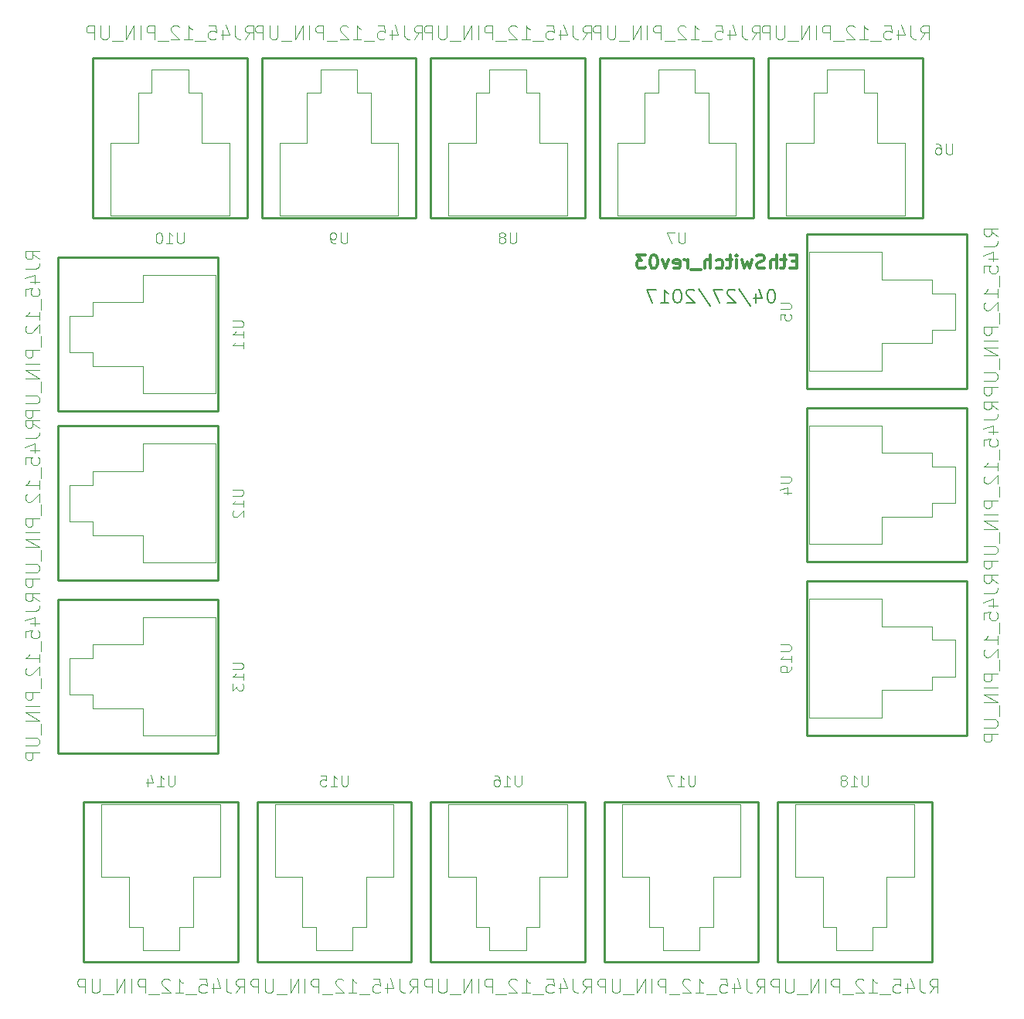
<source format=gbo>
G04 #@! TF.FileFunction,Legend,Bot*
%FSLAX46Y46*%
G04 Gerber Fmt 4.6, Leading zero omitted, Abs format (unit mm)*
G04 Created by KiCad (PCBNEW 4.0.6-e0-6349~53~ubuntu16.04.1) date Sat Apr 29 17:17:25 2017*
%MOMM*%
%LPD*%
G01*
G04 APERTURE LIST*
%ADD10C,0.150000*%
%ADD11C,0.200000*%
%ADD12C,0.300000*%
%ADD13C,0.100000*%
%ADD14C,0.254000*%
%ADD15C,0.099060*%
G04 APERTURE END LIST*
D10*
D11*
X164442856Y-80578571D02*
X164299999Y-80578571D01*
X164157142Y-80650000D01*
X164085713Y-80721429D01*
X164014284Y-80864286D01*
X163942856Y-81150000D01*
X163942856Y-81507143D01*
X164014284Y-81792857D01*
X164085713Y-81935714D01*
X164157142Y-82007143D01*
X164299999Y-82078571D01*
X164442856Y-82078571D01*
X164585713Y-82007143D01*
X164657142Y-81935714D01*
X164728570Y-81792857D01*
X164799999Y-81507143D01*
X164799999Y-81150000D01*
X164728570Y-80864286D01*
X164657142Y-80721429D01*
X164585713Y-80650000D01*
X164442856Y-80578571D01*
X162657142Y-81078571D02*
X162657142Y-82078571D01*
X163014285Y-80507143D02*
X163371428Y-81578571D01*
X162442856Y-81578571D01*
X160800000Y-80507143D02*
X162085714Y-82435714D01*
X160371428Y-80721429D02*
X160299999Y-80650000D01*
X160157142Y-80578571D01*
X159799999Y-80578571D01*
X159657142Y-80650000D01*
X159585713Y-80721429D01*
X159514285Y-80864286D01*
X159514285Y-81007143D01*
X159585713Y-81221429D01*
X160442856Y-82078571D01*
X159514285Y-82078571D01*
X159014285Y-80578571D02*
X158014285Y-80578571D01*
X158657142Y-82078571D01*
X156371429Y-80507143D02*
X157657143Y-82435714D01*
X155942857Y-80721429D02*
X155871428Y-80650000D01*
X155728571Y-80578571D01*
X155371428Y-80578571D01*
X155228571Y-80650000D01*
X155157142Y-80721429D01*
X155085714Y-80864286D01*
X155085714Y-81007143D01*
X155157142Y-81221429D01*
X156014285Y-82078571D01*
X155085714Y-82078571D01*
X154157143Y-80578571D02*
X154014286Y-80578571D01*
X153871429Y-80650000D01*
X153800000Y-80721429D01*
X153728571Y-80864286D01*
X153657143Y-81150000D01*
X153657143Y-81507143D01*
X153728571Y-81792857D01*
X153800000Y-81935714D01*
X153871429Y-82007143D01*
X154014286Y-82078571D01*
X154157143Y-82078571D01*
X154300000Y-82007143D01*
X154371429Y-81935714D01*
X154442857Y-81792857D01*
X154514286Y-81507143D01*
X154514286Y-81150000D01*
X154442857Y-80864286D01*
X154371429Y-80721429D01*
X154300000Y-80650000D01*
X154157143Y-80578571D01*
X152228572Y-82078571D02*
X153085715Y-82078571D01*
X152657143Y-82078571D02*
X152657143Y-80578571D01*
X152800000Y-80792857D01*
X152942858Y-80935714D01*
X153085715Y-81007143D01*
X151728572Y-80578571D02*
X150728572Y-80578571D01*
X151371429Y-82078571D01*
D12*
X167134285Y-77502857D02*
X166634285Y-77502857D01*
X166419999Y-78288571D02*
X167134285Y-78288571D01*
X167134285Y-76788571D01*
X166419999Y-76788571D01*
X165991428Y-77288571D02*
X165419999Y-77288571D01*
X165777142Y-76788571D02*
X165777142Y-78074286D01*
X165705714Y-78217143D01*
X165562856Y-78288571D01*
X165419999Y-78288571D01*
X164919999Y-78288571D02*
X164919999Y-76788571D01*
X164277142Y-78288571D02*
X164277142Y-77502857D01*
X164348571Y-77360000D01*
X164491428Y-77288571D01*
X164705713Y-77288571D01*
X164848571Y-77360000D01*
X164919999Y-77431429D01*
X163634285Y-78217143D02*
X163419999Y-78288571D01*
X163062856Y-78288571D01*
X162919999Y-78217143D01*
X162848570Y-78145714D01*
X162777142Y-78002857D01*
X162777142Y-77860000D01*
X162848570Y-77717143D01*
X162919999Y-77645714D01*
X163062856Y-77574286D01*
X163348570Y-77502857D01*
X163491428Y-77431429D01*
X163562856Y-77360000D01*
X163634285Y-77217143D01*
X163634285Y-77074286D01*
X163562856Y-76931429D01*
X163491428Y-76860000D01*
X163348570Y-76788571D01*
X162991428Y-76788571D01*
X162777142Y-76860000D01*
X162277142Y-77288571D02*
X161991428Y-78288571D01*
X161705714Y-77574286D01*
X161419999Y-78288571D01*
X161134285Y-77288571D01*
X160562856Y-78288571D02*
X160562856Y-77288571D01*
X160562856Y-76788571D02*
X160634285Y-76860000D01*
X160562856Y-76931429D01*
X160491428Y-76860000D01*
X160562856Y-76788571D01*
X160562856Y-76931429D01*
X160062856Y-77288571D02*
X159491427Y-77288571D01*
X159848570Y-76788571D02*
X159848570Y-78074286D01*
X159777142Y-78217143D01*
X159634284Y-78288571D01*
X159491427Y-78288571D01*
X158348570Y-78217143D02*
X158491427Y-78288571D01*
X158777141Y-78288571D01*
X158919999Y-78217143D01*
X158991427Y-78145714D01*
X159062856Y-78002857D01*
X159062856Y-77574286D01*
X158991427Y-77431429D01*
X158919999Y-77360000D01*
X158777141Y-77288571D01*
X158491427Y-77288571D01*
X158348570Y-77360000D01*
X157705713Y-78288571D02*
X157705713Y-76788571D01*
X157062856Y-78288571D02*
X157062856Y-77502857D01*
X157134285Y-77360000D01*
X157277142Y-77288571D01*
X157491427Y-77288571D01*
X157634285Y-77360000D01*
X157705713Y-77431429D01*
X156705713Y-78431429D02*
X155562856Y-78431429D01*
X155205713Y-78288571D02*
X155205713Y-77288571D01*
X155205713Y-77574286D02*
X155134285Y-77431429D01*
X155062856Y-77360000D01*
X154919999Y-77288571D01*
X154777142Y-77288571D01*
X153705714Y-78217143D02*
X153848571Y-78288571D01*
X154134285Y-78288571D01*
X154277142Y-78217143D01*
X154348571Y-78074286D01*
X154348571Y-77502857D01*
X154277142Y-77360000D01*
X154134285Y-77288571D01*
X153848571Y-77288571D01*
X153705714Y-77360000D01*
X153634285Y-77502857D01*
X153634285Y-77645714D01*
X154348571Y-77788571D01*
X153134285Y-77288571D02*
X152777142Y-78288571D01*
X152420000Y-77288571D01*
X151562857Y-76788571D02*
X151420000Y-76788571D01*
X151277143Y-76860000D01*
X151205714Y-76931429D01*
X151134285Y-77074286D01*
X151062857Y-77360000D01*
X151062857Y-77717143D01*
X151134285Y-78002857D01*
X151205714Y-78145714D01*
X151277143Y-78217143D01*
X151420000Y-78288571D01*
X151562857Y-78288571D01*
X151705714Y-78217143D01*
X151777143Y-78145714D01*
X151848571Y-78002857D01*
X151920000Y-77717143D01*
X151920000Y-77360000D01*
X151848571Y-77074286D01*
X151777143Y-76931429D01*
X151705714Y-76860000D01*
X151562857Y-76788571D01*
X150562857Y-76788571D02*
X149634286Y-76788571D01*
X150134286Y-77360000D01*
X149920000Y-77360000D01*
X149777143Y-77431429D01*
X149705714Y-77502857D01*
X149634286Y-77645714D01*
X149634286Y-78002857D01*
X149705714Y-78145714D01*
X149777143Y-78217143D01*
X149920000Y-78288571D01*
X150348572Y-78288571D01*
X150491429Y-78217143D01*
X150562857Y-78145714D01*
D13*
X182000000Y-123000000D02*
X184500000Y-123000000D01*
X184500000Y-123000000D02*
X184500000Y-119000000D01*
X184500000Y-119000000D02*
X182000000Y-119000000D01*
X182000000Y-119000000D02*
X182000000Y-117500000D01*
X182000000Y-117500000D02*
X176500000Y-117500000D01*
X176500000Y-117500000D02*
X176500000Y-114500000D01*
X176500000Y-114500000D02*
X168500000Y-114500000D01*
X168500000Y-114500000D02*
X168500000Y-127500000D01*
X168500000Y-127500000D02*
X176500000Y-127500000D01*
X176500000Y-127500000D02*
X176500000Y-124500000D01*
X176500000Y-124500000D02*
X182000000Y-124500000D01*
X182000000Y-124500000D02*
X182000000Y-123000000D01*
D14*
X168250000Y-129450000D02*
X168250000Y-112550000D01*
X168250000Y-112550000D02*
X185750000Y-112550000D01*
X185750000Y-112550000D02*
X185750000Y-129450000D01*
X185750000Y-129450000D02*
X168250000Y-129450000D01*
D13*
X171500000Y-150500000D02*
X171500000Y-153000000D01*
X171500000Y-153000000D02*
X175500000Y-153000000D01*
X175500000Y-153000000D02*
X175500000Y-150500000D01*
X175500000Y-150500000D02*
X177000000Y-150500000D01*
X177000000Y-150500000D02*
X177000000Y-145000000D01*
X177000000Y-145000000D02*
X180000000Y-145000000D01*
X180000000Y-145000000D02*
X180000000Y-137000000D01*
X180000000Y-137000000D02*
X167000000Y-137000000D01*
X167000000Y-137000000D02*
X167000000Y-145000000D01*
X167000000Y-145000000D02*
X170000000Y-145000000D01*
X170000000Y-145000000D02*
X170000000Y-150500000D01*
X170000000Y-150500000D02*
X171500000Y-150500000D01*
D14*
X165050000Y-136750000D02*
X181950000Y-136750000D01*
X181950000Y-136750000D02*
X181950000Y-154250000D01*
X181950000Y-154250000D02*
X165050000Y-154250000D01*
X165050000Y-154250000D02*
X165050000Y-136750000D01*
D13*
X152500000Y-150500000D02*
X152500000Y-153000000D01*
X152500000Y-153000000D02*
X156500000Y-153000000D01*
X156500000Y-153000000D02*
X156500000Y-150500000D01*
X156500000Y-150500000D02*
X158000000Y-150500000D01*
X158000000Y-150500000D02*
X158000000Y-145000000D01*
X158000000Y-145000000D02*
X161000000Y-145000000D01*
X161000000Y-145000000D02*
X161000000Y-137000000D01*
X161000000Y-137000000D02*
X148000000Y-137000000D01*
X148000000Y-137000000D02*
X148000000Y-145000000D01*
X148000000Y-145000000D02*
X151000000Y-145000000D01*
X151000000Y-145000000D02*
X151000000Y-150500000D01*
X151000000Y-150500000D02*
X152500000Y-150500000D01*
D14*
X146050000Y-136750000D02*
X162950000Y-136750000D01*
X162950000Y-136750000D02*
X162950000Y-154250000D01*
X162950000Y-154250000D02*
X146050000Y-154250000D01*
X146050000Y-154250000D02*
X146050000Y-136750000D01*
D13*
X133500000Y-150500000D02*
X133500000Y-153000000D01*
X133500000Y-153000000D02*
X137500000Y-153000000D01*
X137500000Y-153000000D02*
X137500000Y-150500000D01*
X137500000Y-150500000D02*
X139000000Y-150500000D01*
X139000000Y-150500000D02*
X139000000Y-145000000D01*
X139000000Y-145000000D02*
X142000000Y-145000000D01*
X142000000Y-145000000D02*
X142000000Y-137000000D01*
X142000000Y-137000000D02*
X129000000Y-137000000D01*
X129000000Y-137000000D02*
X129000000Y-145000000D01*
X129000000Y-145000000D02*
X132000000Y-145000000D01*
X132000000Y-145000000D02*
X132000000Y-150500000D01*
X132000000Y-150500000D02*
X133500000Y-150500000D01*
D14*
X127050000Y-136750000D02*
X143950000Y-136750000D01*
X143950000Y-136750000D02*
X143950000Y-154250000D01*
X143950000Y-154250000D02*
X127050000Y-154250000D01*
X127050000Y-154250000D02*
X127050000Y-136750000D01*
D13*
X114500000Y-150500000D02*
X114500000Y-153000000D01*
X114500000Y-153000000D02*
X118500000Y-153000000D01*
X118500000Y-153000000D02*
X118500000Y-150500000D01*
X118500000Y-150500000D02*
X120000000Y-150500000D01*
X120000000Y-150500000D02*
X120000000Y-145000000D01*
X120000000Y-145000000D02*
X123000000Y-145000000D01*
X123000000Y-145000000D02*
X123000000Y-137000000D01*
X123000000Y-137000000D02*
X110000000Y-137000000D01*
X110000000Y-137000000D02*
X110000000Y-145000000D01*
X110000000Y-145000000D02*
X113000000Y-145000000D01*
X113000000Y-145000000D02*
X113000000Y-150500000D01*
X113000000Y-150500000D02*
X114500000Y-150500000D01*
D14*
X108050000Y-136750000D02*
X124950000Y-136750000D01*
X124950000Y-136750000D02*
X124950000Y-154250000D01*
X124950000Y-154250000D02*
X108050000Y-154250000D01*
X108050000Y-154250000D02*
X108050000Y-136750000D01*
D13*
X95500000Y-150500000D02*
X95500000Y-153000000D01*
X95500000Y-153000000D02*
X99500000Y-153000000D01*
X99500000Y-153000000D02*
X99500000Y-150500000D01*
X99500000Y-150500000D02*
X101000000Y-150500000D01*
X101000000Y-150500000D02*
X101000000Y-145000000D01*
X101000000Y-145000000D02*
X104000000Y-145000000D01*
X104000000Y-145000000D02*
X104000000Y-137000000D01*
X104000000Y-137000000D02*
X91000000Y-137000000D01*
X91000000Y-137000000D02*
X91000000Y-145000000D01*
X91000000Y-145000000D02*
X94000000Y-145000000D01*
X94000000Y-145000000D02*
X94000000Y-150500000D01*
X94000000Y-150500000D02*
X95500000Y-150500000D01*
D14*
X89050000Y-136750000D02*
X105950000Y-136750000D01*
X105950000Y-136750000D02*
X105950000Y-154250000D01*
X105950000Y-154250000D02*
X89050000Y-154250000D01*
X89050000Y-154250000D02*
X89050000Y-136750000D01*
D13*
X90000000Y-121000000D02*
X87500000Y-121000000D01*
X87500000Y-121000000D02*
X87500000Y-125000000D01*
X87500000Y-125000000D02*
X90000000Y-125000000D01*
X90000000Y-125000000D02*
X90000000Y-126500000D01*
X90000000Y-126500000D02*
X95500000Y-126500000D01*
X95500000Y-126500000D02*
X95500000Y-129500000D01*
X95500000Y-129500000D02*
X103500000Y-129500000D01*
X103500000Y-129500000D02*
X103500000Y-116500000D01*
X103500000Y-116500000D02*
X95500000Y-116500000D01*
X95500000Y-116500000D02*
X95500000Y-119500000D01*
X95500000Y-119500000D02*
X90000000Y-119500000D01*
X90000000Y-119500000D02*
X90000000Y-121000000D01*
D14*
X103750000Y-114550000D02*
X103750000Y-131450000D01*
X103750000Y-131450000D02*
X86250000Y-131450000D01*
X86250000Y-131450000D02*
X86250000Y-114550000D01*
X86250000Y-114550000D02*
X103750000Y-114550000D01*
D13*
X90000000Y-102000000D02*
X87500000Y-102000000D01*
X87500000Y-102000000D02*
X87500000Y-106000000D01*
X87500000Y-106000000D02*
X90000000Y-106000000D01*
X90000000Y-106000000D02*
X90000000Y-107500000D01*
X90000000Y-107500000D02*
X95500000Y-107500000D01*
X95500000Y-107500000D02*
X95500000Y-110500000D01*
X95500000Y-110500000D02*
X103500000Y-110500000D01*
X103500000Y-110500000D02*
X103500000Y-97500000D01*
X103500000Y-97500000D02*
X95500000Y-97500000D01*
X95500000Y-97500000D02*
X95500000Y-100500000D01*
X95500000Y-100500000D02*
X90000000Y-100500000D01*
X90000000Y-100500000D02*
X90000000Y-102000000D01*
D14*
X103750000Y-95550000D02*
X103750000Y-112450000D01*
X103750000Y-112450000D02*
X86250000Y-112450000D01*
X86250000Y-112450000D02*
X86250000Y-95550000D01*
X86250000Y-95550000D02*
X103750000Y-95550000D01*
D13*
X90000000Y-83500000D02*
X87500000Y-83500000D01*
X87500000Y-83500000D02*
X87500000Y-87500000D01*
X87500000Y-87500000D02*
X90000000Y-87500000D01*
X90000000Y-87500000D02*
X90000000Y-89000000D01*
X90000000Y-89000000D02*
X95500000Y-89000000D01*
X95500000Y-89000000D02*
X95500000Y-92000000D01*
X95500000Y-92000000D02*
X103500000Y-92000000D01*
X103500000Y-92000000D02*
X103500000Y-79000000D01*
X103500000Y-79000000D02*
X95500000Y-79000000D01*
X95500000Y-79000000D02*
X95500000Y-82000000D01*
X95500000Y-82000000D02*
X90000000Y-82000000D01*
X90000000Y-82000000D02*
X90000000Y-83500000D01*
D14*
X103750000Y-77050000D02*
X103750000Y-93950000D01*
X103750000Y-93950000D02*
X86250000Y-93950000D01*
X86250000Y-93950000D02*
X86250000Y-77050000D01*
X86250000Y-77050000D02*
X103750000Y-77050000D01*
D13*
X100500000Y-59000000D02*
X100500000Y-56500000D01*
X100500000Y-56500000D02*
X96500000Y-56500000D01*
X96500000Y-56500000D02*
X96500000Y-59000000D01*
X96500000Y-59000000D02*
X95000000Y-59000000D01*
X95000000Y-59000000D02*
X95000000Y-64500000D01*
X95000000Y-64500000D02*
X92000000Y-64500000D01*
X92000000Y-64500000D02*
X92000000Y-72500000D01*
X92000000Y-72500000D02*
X105000000Y-72500000D01*
X105000000Y-72500000D02*
X105000000Y-64500000D01*
X105000000Y-64500000D02*
X102000000Y-64500000D01*
X102000000Y-64500000D02*
X102000000Y-59000000D01*
X102000000Y-59000000D02*
X100500000Y-59000000D01*
D14*
X106950000Y-72750000D02*
X90050000Y-72750000D01*
X90050000Y-72750000D02*
X90050000Y-55250000D01*
X90050000Y-55250000D02*
X106950000Y-55250000D01*
X106950000Y-55250000D02*
X106950000Y-72750000D01*
D13*
X119000000Y-59000000D02*
X119000000Y-56500000D01*
X119000000Y-56500000D02*
X115000000Y-56500000D01*
X115000000Y-56500000D02*
X115000000Y-59000000D01*
X115000000Y-59000000D02*
X113500000Y-59000000D01*
X113500000Y-59000000D02*
X113500000Y-64500000D01*
X113500000Y-64500000D02*
X110500000Y-64500000D01*
X110500000Y-64500000D02*
X110500000Y-72500000D01*
X110500000Y-72500000D02*
X123500000Y-72500000D01*
X123500000Y-72500000D02*
X123500000Y-64500000D01*
X123500000Y-64500000D02*
X120500000Y-64500000D01*
X120500000Y-64500000D02*
X120500000Y-59000000D01*
X120500000Y-59000000D02*
X119000000Y-59000000D01*
D14*
X125450000Y-72750000D02*
X108550000Y-72750000D01*
X108550000Y-72750000D02*
X108550000Y-55250000D01*
X108550000Y-55250000D02*
X125450000Y-55250000D01*
X125450000Y-55250000D02*
X125450000Y-72750000D01*
D13*
X137500000Y-59000000D02*
X137500000Y-56500000D01*
X137500000Y-56500000D02*
X133500000Y-56500000D01*
X133500000Y-56500000D02*
X133500000Y-59000000D01*
X133500000Y-59000000D02*
X132000000Y-59000000D01*
X132000000Y-59000000D02*
X132000000Y-64500000D01*
X132000000Y-64500000D02*
X129000000Y-64500000D01*
X129000000Y-64500000D02*
X129000000Y-72500000D01*
X129000000Y-72500000D02*
X142000000Y-72500000D01*
X142000000Y-72500000D02*
X142000000Y-64500000D01*
X142000000Y-64500000D02*
X139000000Y-64500000D01*
X139000000Y-64500000D02*
X139000000Y-59000000D01*
X139000000Y-59000000D02*
X137500000Y-59000000D01*
D14*
X143950000Y-72750000D02*
X127050000Y-72750000D01*
X127050000Y-72750000D02*
X127050000Y-55250000D01*
X127050000Y-55250000D02*
X143950000Y-55250000D01*
X143950000Y-55250000D02*
X143950000Y-72750000D01*
D13*
X156000000Y-59000000D02*
X156000000Y-56500000D01*
X156000000Y-56500000D02*
X152000000Y-56500000D01*
X152000000Y-56500000D02*
X152000000Y-59000000D01*
X152000000Y-59000000D02*
X150500000Y-59000000D01*
X150500000Y-59000000D02*
X150500000Y-64500000D01*
X150500000Y-64500000D02*
X147500000Y-64500000D01*
X147500000Y-64500000D02*
X147500000Y-72500000D01*
X147500000Y-72500000D02*
X160500000Y-72500000D01*
X160500000Y-72500000D02*
X160500000Y-64500000D01*
X160500000Y-64500000D02*
X157500000Y-64500000D01*
X157500000Y-64500000D02*
X157500000Y-59000000D01*
X157500000Y-59000000D02*
X156000000Y-59000000D01*
D14*
X162450000Y-72750000D02*
X145550000Y-72750000D01*
X145550000Y-72750000D02*
X145550000Y-55250000D01*
X145550000Y-55250000D02*
X162450000Y-55250000D01*
X162450000Y-55250000D02*
X162450000Y-72750000D01*
D13*
X174500000Y-59000000D02*
X174500000Y-56500000D01*
X174500000Y-56500000D02*
X170500000Y-56500000D01*
X170500000Y-56500000D02*
X170500000Y-59000000D01*
X170500000Y-59000000D02*
X169000000Y-59000000D01*
X169000000Y-59000000D02*
X169000000Y-64500000D01*
X169000000Y-64500000D02*
X166000000Y-64500000D01*
X166000000Y-64500000D02*
X166000000Y-72500000D01*
X166000000Y-72500000D02*
X179000000Y-72500000D01*
X179000000Y-72500000D02*
X179000000Y-64500000D01*
X179000000Y-64500000D02*
X176000000Y-64500000D01*
X176000000Y-64500000D02*
X176000000Y-59000000D01*
X176000000Y-59000000D02*
X174500000Y-59000000D01*
D14*
X180950000Y-72750000D02*
X164050000Y-72750000D01*
X164050000Y-72750000D02*
X164050000Y-55250000D01*
X164050000Y-55250000D02*
X180950000Y-55250000D01*
X180950000Y-55250000D02*
X180950000Y-72750000D01*
D13*
X182000000Y-85000000D02*
X184500000Y-85000000D01*
X184500000Y-85000000D02*
X184500000Y-81000000D01*
X184500000Y-81000000D02*
X182000000Y-81000000D01*
X182000000Y-81000000D02*
X182000000Y-79500000D01*
X182000000Y-79500000D02*
X176500000Y-79500000D01*
X176500000Y-79500000D02*
X176500000Y-76500000D01*
X176500000Y-76500000D02*
X168500000Y-76500000D01*
X168500000Y-76500000D02*
X168500000Y-89500000D01*
X168500000Y-89500000D02*
X176500000Y-89500000D01*
X176500000Y-89500000D02*
X176500000Y-86500000D01*
X176500000Y-86500000D02*
X182000000Y-86500000D01*
X182000000Y-86500000D02*
X182000000Y-85000000D01*
D14*
X168250000Y-91450000D02*
X168250000Y-74550000D01*
X168250000Y-74550000D02*
X185750000Y-74550000D01*
X185750000Y-74550000D02*
X185750000Y-91450000D01*
X185750000Y-91450000D02*
X168250000Y-91450000D01*
D13*
X182000000Y-104000000D02*
X184500000Y-104000000D01*
X184500000Y-104000000D02*
X184500000Y-100000000D01*
X184500000Y-100000000D02*
X182000000Y-100000000D01*
X182000000Y-100000000D02*
X182000000Y-98500000D01*
X182000000Y-98500000D02*
X176500000Y-98500000D01*
X176500000Y-98500000D02*
X176500000Y-95500000D01*
X176500000Y-95500000D02*
X168500000Y-95500000D01*
X168500000Y-95500000D02*
X168500000Y-108500000D01*
X168500000Y-108500000D02*
X176500000Y-108500000D01*
X176500000Y-108500000D02*
X176500000Y-105500000D01*
X176500000Y-105500000D02*
X182000000Y-105500000D01*
X182000000Y-105500000D02*
X182000000Y-104000000D01*
D14*
X168250000Y-110450000D02*
X168250000Y-93550000D01*
X168250000Y-93550000D02*
X185750000Y-93550000D01*
X185750000Y-93550000D02*
X185750000Y-110450000D01*
X185750000Y-110450000D02*
X168250000Y-110450000D01*
D15*
X165342857Y-119514286D02*
X166314286Y-119514286D01*
X166428571Y-119571429D01*
X166485714Y-119628572D01*
X166542857Y-119742858D01*
X166542857Y-119971429D01*
X166485714Y-120085715D01*
X166428571Y-120142858D01*
X166314286Y-120200001D01*
X165342857Y-120200001D01*
X166542857Y-121400001D02*
X166542857Y-120714286D01*
X166542857Y-121057144D02*
X165342857Y-121057144D01*
X165514286Y-120942858D01*
X165628571Y-120828572D01*
X165685714Y-120714286D01*
X166542857Y-121971429D02*
X166542857Y-122200001D01*
X166485714Y-122314286D01*
X166428571Y-122371429D01*
X166257143Y-122485715D01*
X166028571Y-122542858D01*
X165571429Y-122542858D01*
X165457143Y-122485715D01*
X165400000Y-122428572D01*
X165342857Y-122314286D01*
X165342857Y-122085715D01*
X165400000Y-121971429D01*
X165457143Y-121914286D01*
X165571429Y-121857143D01*
X165857143Y-121857143D01*
X165971429Y-121914286D01*
X166028571Y-121971429D01*
X166085714Y-122085715D01*
X166085714Y-122314286D01*
X166028571Y-122428572D01*
X165971429Y-122485715D01*
X165857143Y-122542858D01*
X189189429Y-112763142D02*
X188463714Y-112255142D01*
X189189429Y-111892285D02*
X187665429Y-111892285D01*
X187665429Y-112472857D01*
X187738000Y-112617999D01*
X187810571Y-112690571D01*
X187955714Y-112763142D01*
X188173429Y-112763142D01*
X188318571Y-112690571D01*
X188391143Y-112617999D01*
X188463714Y-112472857D01*
X188463714Y-111892285D01*
X187665429Y-113851714D02*
X188754000Y-113851714D01*
X188971714Y-113779142D01*
X189116857Y-113633999D01*
X189189429Y-113416285D01*
X189189429Y-113271142D01*
X188173429Y-115230571D02*
X189189429Y-115230571D01*
X187592857Y-114867714D02*
X188681429Y-114504857D01*
X188681429Y-115448285D01*
X187665429Y-116754571D02*
X187665429Y-116028857D01*
X188391143Y-115956286D01*
X188318571Y-116028857D01*
X188246000Y-116174000D01*
X188246000Y-116536857D01*
X188318571Y-116682000D01*
X188391143Y-116754571D01*
X188536286Y-116827143D01*
X188899143Y-116827143D01*
X189044286Y-116754571D01*
X189116857Y-116682000D01*
X189189429Y-116536857D01*
X189189429Y-116174000D01*
X189116857Y-116028857D01*
X189044286Y-115956286D01*
X189334571Y-117117429D02*
X189334571Y-118278572D01*
X189189429Y-119439715D02*
X189189429Y-118568858D01*
X189189429Y-119004286D02*
X187665429Y-119004286D01*
X187883143Y-118859143D01*
X188028286Y-118714001D01*
X188100857Y-118568858D01*
X187810571Y-120020287D02*
X187738000Y-120092858D01*
X187665429Y-120238001D01*
X187665429Y-120600858D01*
X187738000Y-120746001D01*
X187810571Y-120818572D01*
X187955714Y-120891144D01*
X188100857Y-120891144D01*
X188318571Y-120818572D01*
X189189429Y-119947715D01*
X189189429Y-120891144D01*
X189334571Y-121181430D02*
X189334571Y-122342573D01*
X189189429Y-122705430D02*
X187665429Y-122705430D01*
X187665429Y-123286002D01*
X187738000Y-123431144D01*
X187810571Y-123503716D01*
X187955714Y-123576287D01*
X188173429Y-123576287D01*
X188318571Y-123503716D01*
X188391143Y-123431144D01*
X188463714Y-123286002D01*
X188463714Y-122705430D01*
X189189429Y-124229430D02*
X187665429Y-124229430D01*
X189189429Y-124955144D02*
X187665429Y-124955144D01*
X189189429Y-125826001D01*
X187665429Y-125826001D01*
X189334571Y-126188858D02*
X189334571Y-127350001D01*
X187665429Y-127712858D02*
X188899143Y-127712858D01*
X189044286Y-127785430D01*
X189116857Y-127858001D01*
X189189429Y-128003144D01*
X189189429Y-128293430D01*
X189116857Y-128438572D01*
X189044286Y-128511144D01*
X188899143Y-128583715D01*
X187665429Y-128583715D01*
X189189429Y-129309429D02*
X187665429Y-129309429D01*
X187665429Y-129890001D01*
X187738000Y-130035143D01*
X187810571Y-130107715D01*
X187955714Y-130180286D01*
X188173429Y-130180286D01*
X188318571Y-130107715D01*
X188391143Y-130035143D01*
X188463714Y-129890001D01*
X188463714Y-129309429D01*
X174985714Y-133842857D02*
X174985714Y-134814286D01*
X174928571Y-134928571D01*
X174871428Y-134985714D01*
X174757142Y-135042857D01*
X174528571Y-135042857D01*
X174414285Y-134985714D01*
X174357142Y-134928571D01*
X174299999Y-134814286D01*
X174299999Y-133842857D01*
X173099999Y-135042857D02*
X173785714Y-135042857D01*
X173442856Y-135042857D02*
X173442856Y-133842857D01*
X173557142Y-134014286D01*
X173671428Y-134128571D01*
X173785714Y-134185714D01*
X172414285Y-134357143D02*
X172528571Y-134300000D01*
X172585714Y-134242857D01*
X172642857Y-134128571D01*
X172642857Y-134071429D01*
X172585714Y-133957143D01*
X172528571Y-133900000D01*
X172414285Y-133842857D01*
X172185714Y-133842857D01*
X172071428Y-133900000D01*
X172014285Y-133957143D01*
X171957142Y-134071429D01*
X171957142Y-134128571D01*
X172014285Y-134242857D01*
X172071428Y-134300000D01*
X172185714Y-134357143D01*
X172414285Y-134357143D01*
X172528571Y-134414286D01*
X172585714Y-134471429D01*
X172642857Y-134585714D01*
X172642857Y-134814286D01*
X172585714Y-134928571D01*
X172528571Y-134985714D01*
X172414285Y-135042857D01*
X172185714Y-135042857D01*
X172071428Y-134985714D01*
X172014285Y-134928571D01*
X171957142Y-134814286D01*
X171957142Y-134585714D01*
X172014285Y-134471429D01*
X172071428Y-134414286D01*
X172185714Y-134357143D01*
X181736858Y-157689429D02*
X182244858Y-156963714D01*
X182607715Y-157689429D02*
X182607715Y-156165429D01*
X182027143Y-156165429D01*
X181882001Y-156238000D01*
X181809429Y-156310571D01*
X181736858Y-156455714D01*
X181736858Y-156673429D01*
X181809429Y-156818571D01*
X181882001Y-156891143D01*
X182027143Y-156963714D01*
X182607715Y-156963714D01*
X180648286Y-156165429D02*
X180648286Y-157254000D01*
X180720858Y-157471714D01*
X180866001Y-157616857D01*
X181083715Y-157689429D01*
X181228858Y-157689429D01*
X179269429Y-156673429D02*
X179269429Y-157689429D01*
X179632286Y-156092857D02*
X179995143Y-157181429D01*
X179051715Y-157181429D01*
X177745429Y-156165429D02*
X178471143Y-156165429D01*
X178543714Y-156891143D01*
X178471143Y-156818571D01*
X178326000Y-156746000D01*
X177963143Y-156746000D01*
X177818000Y-156818571D01*
X177745429Y-156891143D01*
X177672857Y-157036286D01*
X177672857Y-157399143D01*
X177745429Y-157544286D01*
X177818000Y-157616857D01*
X177963143Y-157689429D01*
X178326000Y-157689429D01*
X178471143Y-157616857D01*
X178543714Y-157544286D01*
X177382571Y-157834571D02*
X176221428Y-157834571D01*
X175060285Y-157689429D02*
X175931142Y-157689429D01*
X175495714Y-157689429D02*
X175495714Y-156165429D01*
X175640857Y-156383143D01*
X175785999Y-156528286D01*
X175931142Y-156600857D01*
X174479713Y-156310571D02*
X174407142Y-156238000D01*
X174261999Y-156165429D01*
X173899142Y-156165429D01*
X173753999Y-156238000D01*
X173681428Y-156310571D01*
X173608856Y-156455714D01*
X173608856Y-156600857D01*
X173681428Y-156818571D01*
X174552285Y-157689429D01*
X173608856Y-157689429D01*
X173318570Y-157834571D02*
X172157427Y-157834571D01*
X171794570Y-157689429D02*
X171794570Y-156165429D01*
X171213998Y-156165429D01*
X171068856Y-156238000D01*
X170996284Y-156310571D01*
X170923713Y-156455714D01*
X170923713Y-156673429D01*
X170996284Y-156818571D01*
X171068856Y-156891143D01*
X171213998Y-156963714D01*
X171794570Y-156963714D01*
X170270570Y-157689429D02*
X170270570Y-156165429D01*
X169544856Y-157689429D02*
X169544856Y-156165429D01*
X168673999Y-157689429D01*
X168673999Y-156165429D01*
X168311142Y-157834571D02*
X167149999Y-157834571D01*
X166787142Y-156165429D02*
X166787142Y-157399143D01*
X166714570Y-157544286D01*
X166641999Y-157616857D01*
X166496856Y-157689429D01*
X166206570Y-157689429D01*
X166061428Y-157616857D01*
X165988856Y-157544286D01*
X165916285Y-157399143D01*
X165916285Y-156165429D01*
X165190571Y-157689429D02*
X165190571Y-156165429D01*
X164609999Y-156165429D01*
X164464857Y-156238000D01*
X164392285Y-156310571D01*
X164319714Y-156455714D01*
X164319714Y-156673429D01*
X164392285Y-156818571D01*
X164464857Y-156891143D01*
X164609999Y-156963714D01*
X165190571Y-156963714D01*
X155985714Y-133842857D02*
X155985714Y-134814286D01*
X155928571Y-134928571D01*
X155871428Y-134985714D01*
X155757142Y-135042857D01*
X155528571Y-135042857D01*
X155414285Y-134985714D01*
X155357142Y-134928571D01*
X155299999Y-134814286D01*
X155299999Y-133842857D01*
X154099999Y-135042857D02*
X154785714Y-135042857D01*
X154442856Y-135042857D02*
X154442856Y-133842857D01*
X154557142Y-134014286D01*
X154671428Y-134128571D01*
X154785714Y-134185714D01*
X153699999Y-133842857D02*
X152899999Y-133842857D01*
X153414285Y-135042857D01*
X162736858Y-157689429D02*
X163244858Y-156963714D01*
X163607715Y-157689429D02*
X163607715Y-156165429D01*
X163027143Y-156165429D01*
X162882001Y-156238000D01*
X162809429Y-156310571D01*
X162736858Y-156455714D01*
X162736858Y-156673429D01*
X162809429Y-156818571D01*
X162882001Y-156891143D01*
X163027143Y-156963714D01*
X163607715Y-156963714D01*
X161648286Y-156165429D02*
X161648286Y-157254000D01*
X161720858Y-157471714D01*
X161866001Y-157616857D01*
X162083715Y-157689429D01*
X162228858Y-157689429D01*
X160269429Y-156673429D02*
X160269429Y-157689429D01*
X160632286Y-156092857D02*
X160995143Y-157181429D01*
X160051715Y-157181429D01*
X158745429Y-156165429D02*
X159471143Y-156165429D01*
X159543714Y-156891143D01*
X159471143Y-156818571D01*
X159326000Y-156746000D01*
X158963143Y-156746000D01*
X158818000Y-156818571D01*
X158745429Y-156891143D01*
X158672857Y-157036286D01*
X158672857Y-157399143D01*
X158745429Y-157544286D01*
X158818000Y-157616857D01*
X158963143Y-157689429D01*
X159326000Y-157689429D01*
X159471143Y-157616857D01*
X159543714Y-157544286D01*
X158382571Y-157834571D02*
X157221428Y-157834571D01*
X156060285Y-157689429D02*
X156931142Y-157689429D01*
X156495714Y-157689429D02*
X156495714Y-156165429D01*
X156640857Y-156383143D01*
X156785999Y-156528286D01*
X156931142Y-156600857D01*
X155479713Y-156310571D02*
X155407142Y-156238000D01*
X155261999Y-156165429D01*
X154899142Y-156165429D01*
X154753999Y-156238000D01*
X154681428Y-156310571D01*
X154608856Y-156455714D01*
X154608856Y-156600857D01*
X154681428Y-156818571D01*
X155552285Y-157689429D01*
X154608856Y-157689429D01*
X154318570Y-157834571D02*
X153157427Y-157834571D01*
X152794570Y-157689429D02*
X152794570Y-156165429D01*
X152213998Y-156165429D01*
X152068856Y-156238000D01*
X151996284Y-156310571D01*
X151923713Y-156455714D01*
X151923713Y-156673429D01*
X151996284Y-156818571D01*
X152068856Y-156891143D01*
X152213998Y-156963714D01*
X152794570Y-156963714D01*
X151270570Y-157689429D02*
X151270570Y-156165429D01*
X150544856Y-157689429D02*
X150544856Y-156165429D01*
X149673999Y-157689429D01*
X149673999Y-156165429D01*
X149311142Y-157834571D02*
X148149999Y-157834571D01*
X147787142Y-156165429D02*
X147787142Y-157399143D01*
X147714570Y-157544286D01*
X147641999Y-157616857D01*
X147496856Y-157689429D01*
X147206570Y-157689429D01*
X147061428Y-157616857D01*
X146988856Y-157544286D01*
X146916285Y-157399143D01*
X146916285Y-156165429D01*
X146190571Y-157689429D02*
X146190571Y-156165429D01*
X145609999Y-156165429D01*
X145464857Y-156238000D01*
X145392285Y-156310571D01*
X145319714Y-156455714D01*
X145319714Y-156673429D01*
X145392285Y-156818571D01*
X145464857Y-156891143D01*
X145609999Y-156963714D01*
X146190571Y-156963714D01*
X136985714Y-133842857D02*
X136985714Y-134814286D01*
X136928571Y-134928571D01*
X136871428Y-134985714D01*
X136757142Y-135042857D01*
X136528571Y-135042857D01*
X136414285Y-134985714D01*
X136357142Y-134928571D01*
X136299999Y-134814286D01*
X136299999Y-133842857D01*
X135099999Y-135042857D02*
X135785714Y-135042857D01*
X135442856Y-135042857D02*
X135442856Y-133842857D01*
X135557142Y-134014286D01*
X135671428Y-134128571D01*
X135785714Y-134185714D01*
X134071428Y-133842857D02*
X134299999Y-133842857D01*
X134414285Y-133900000D01*
X134471428Y-133957143D01*
X134585714Y-134128571D01*
X134642857Y-134357143D01*
X134642857Y-134814286D01*
X134585714Y-134928571D01*
X134528571Y-134985714D01*
X134414285Y-135042857D01*
X134185714Y-135042857D01*
X134071428Y-134985714D01*
X134014285Y-134928571D01*
X133957142Y-134814286D01*
X133957142Y-134528571D01*
X134014285Y-134414286D01*
X134071428Y-134357143D01*
X134185714Y-134300000D01*
X134414285Y-134300000D01*
X134528571Y-134357143D01*
X134585714Y-134414286D01*
X134642857Y-134528571D01*
X143736858Y-157689429D02*
X144244858Y-156963714D01*
X144607715Y-157689429D02*
X144607715Y-156165429D01*
X144027143Y-156165429D01*
X143882001Y-156238000D01*
X143809429Y-156310571D01*
X143736858Y-156455714D01*
X143736858Y-156673429D01*
X143809429Y-156818571D01*
X143882001Y-156891143D01*
X144027143Y-156963714D01*
X144607715Y-156963714D01*
X142648286Y-156165429D02*
X142648286Y-157254000D01*
X142720858Y-157471714D01*
X142866001Y-157616857D01*
X143083715Y-157689429D01*
X143228858Y-157689429D01*
X141269429Y-156673429D02*
X141269429Y-157689429D01*
X141632286Y-156092857D02*
X141995143Y-157181429D01*
X141051715Y-157181429D01*
X139745429Y-156165429D02*
X140471143Y-156165429D01*
X140543714Y-156891143D01*
X140471143Y-156818571D01*
X140326000Y-156746000D01*
X139963143Y-156746000D01*
X139818000Y-156818571D01*
X139745429Y-156891143D01*
X139672857Y-157036286D01*
X139672857Y-157399143D01*
X139745429Y-157544286D01*
X139818000Y-157616857D01*
X139963143Y-157689429D01*
X140326000Y-157689429D01*
X140471143Y-157616857D01*
X140543714Y-157544286D01*
X139382571Y-157834571D02*
X138221428Y-157834571D01*
X137060285Y-157689429D02*
X137931142Y-157689429D01*
X137495714Y-157689429D02*
X137495714Y-156165429D01*
X137640857Y-156383143D01*
X137785999Y-156528286D01*
X137931142Y-156600857D01*
X136479713Y-156310571D02*
X136407142Y-156238000D01*
X136261999Y-156165429D01*
X135899142Y-156165429D01*
X135753999Y-156238000D01*
X135681428Y-156310571D01*
X135608856Y-156455714D01*
X135608856Y-156600857D01*
X135681428Y-156818571D01*
X136552285Y-157689429D01*
X135608856Y-157689429D01*
X135318570Y-157834571D02*
X134157427Y-157834571D01*
X133794570Y-157689429D02*
X133794570Y-156165429D01*
X133213998Y-156165429D01*
X133068856Y-156238000D01*
X132996284Y-156310571D01*
X132923713Y-156455714D01*
X132923713Y-156673429D01*
X132996284Y-156818571D01*
X133068856Y-156891143D01*
X133213998Y-156963714D01*
X133794570Y-156963714D01*
X132270570Y-157689429D02*
X132270570Y-156165429D01*
X131544856Y-157689429D02*
X131544856Y-156165429D01*
X130673999Y-157689429D01*
X130673999Y-156165429D01*
X130311142Y-157834571D02*
X129149999Y-157834571D01*
X128787142Y-156165429D02*
X128787142Y-157399143D01*
X128714570Y-157544286D01*
X128641999Y-157616857D01*
X128496856Y-157689429D01*
X128206570Y-157689429D01*
X128061428Y-157616857D01*
X127988856Y-157544286D01*
X127916285Y-157399143D01*
X127916285Y-156165429D01*
X127190571Y-157689429D02*
X127190571Y-156165429D01*
X126609999Y-156165429D01*
X126464857Y-156238000D01*
X126392285Y-156310571D01*
X126319714Y-156455714D01*
X126319714Y-156673429D01*
X126392285Y-156818571D01*
X126464857Y-156891143D01*
X126609999Y-156963714D01*
X127190571Y-156963714D01*
X117985714Y-133842857D02*
X117985714Y-134814286D01*
X117928571Y-134928571D01*
X117871428Y-134985714D01*
X117757142Y-135042857D01*
X117528571Y-135042857D01*
X117414285Y-134985714D01*
X117357142Y-134928571D01*
X117299999Y-134814286D01*
X117299999Y-133842857D01*
X116099999Y-135042857D02*
X116785714Y-135042857D01*
X116442856Y-135042857D02*
X116442856Y-133842857D01*
X116557142Y-134014286D01*
X116671428Y-134128571D01*
X116785714Y-134185714D01*
X115014285Y-133842857D02*
X115585714Y-133842857D01*
X115642857Y-134414286D01*
X115585714Y-134357143D01*
X115471428Y-134300000D01*
X115185714Y-134300000D01*
X115071428Y-134357143D01*
X115014285Y-134414286D01*
X114957142Y-134528571D01*
X114957142Y-134814286D01*
X115014285Y-134928571D01*
X115071428Y-134985714D01*
X115185714Y-135042857D01*
X115471428Y-135042857D01*
X115585714Y-134985714D01*
X115642857Y-134928571D01*
X124736858Y-157689429D02*
X125244858Y-156963714D01*
X125607715Y-157689429D02*
X125607715Y-156165429D01*
X125027143Y-156165429D01*
X124882001Y-156238000D01*
X124809429Y-156310571D01*
X124736858Y-156455714D01*
X124736858Y-156673429D01*
X124809429Y-156818571D01*
X124882001Y-156891143D01*
X125027143Y-156963714D01*
X125607715Y-156963714D01*
X123648286Y-156165429D02*
X123648286Y-157254000D01*
X123720858Y-157471714D01*
X123866001Y-157616857D01*
X124083715Y-157689429D01*
X124228858Y-157689429D01*
X122269429Y-156673429D02*
X122269429Y-157689429D01*
X122632286Y-156092857D02*
X122995143Y-157181429D01*
X122051715Y-157181429D01*
X120745429Y-156165429D02*
X121471143Y-156165429D01*
X121543714Y-156891143D01*
X121471143Y-156818571D01*
X121326000Y-156746000D01*
X120963143Y-156746000D01*
X120818000Y-156818571D01*
X120745429Y-156891143D01*
X120672857Y-157036286D01*
X120672857Y-157399143D01*
X120745429Y-157544286D01*
X120818000Y-157616857D01*
X120963143Y-157689429D01*
X121326000Y-157689429D01*
X121471143Y-157616857D01*
X121543714Y-157544286D01*
X120382571Y-157834571D02*
X119221428Y-157834571D01*
X118060285Y-157689429D02*
X118931142Y-157689429D01*
X118495714Y-157689429D02*
X118495714Y-156165429D01*
X118640857Y-156383143D01*
X118785999Y-156528286D01*
X118931142Y-156600857D01*
X117479713Y-156310571D02*
X117407142Y-156238000D01*
X117261999Y-156165429D01*
X116899142Y-156165429D01*
X116753999Y-156238000D01*
X116681428Y-156310571D01*
X116608856Y-156455714D01*
X116608856Y-156600857D01*
X116681428Y-156818571D01*
X117552285Y-157689429D01*
X116608856Y-157689429D01*
X116318570Y-157834571D02*
X115157427Y-157834571D01*
X114794570Y-157689429D02*
X114794570Y-156165429D01*
X114213998Y-156165429D01*
X114068856Y-156238000D01*
X113996284Y-156310571D01*
X113923713Y-156455714D01*
X113923713Y-156673429D01*
X113996284Y-156818571D01*
X114068856Y-156891143D01*
X114213998Y-156963714D01*
X114794570Y-156963714D01*
X113270570Y-157689429D02*
X113270570Y-156165429D01*
X112544856Y-157689429D02*
X112544856Y-156165429D01*
X111673999Y-157689429D01*
X111673999Y-156165429D01*
X111311142Y-157834571D02*
X110149999Y-157834571D01*
X109787142Y-156165429D02*
X109787142Y-157399143D01*
X109714570Y-157544286D01*
X109641999Y-157616857D01*
X109496856Y-157689429D01*
X109206570Y-157689429D01*
X109061428Y-157616857D01*
X108988856Y-157544286D01*
X108916285Y-157399143D01*
X108916285Y-156165429D01*
X108190571Y-157689429D02*
X108190571Y-156165429D01*
X107609999Y-156165429D01*
X107464857Y-156238000D01*
X107392285Y-156310571D01*
X107319714Y-156455714D01*
X107319714Y-156673429D01*
X107392285Y-156818571D01*
X107464857Y-156891143D01*
X107609999Y-156963714D01*
X108190571Y-156963714D01*
X98985714Y-133842857D02*
X98985714Y-134814286D01*
X98928571Y-134928571D01*
X98871428Y-134985714D01*
X98757142Y-135042857D01*
X98528571Y-135042857D01*
X98414285Y-134985714D01*
X98357142Y-134928571D01*
X98299999Y-134814286D01*
X98299999Y-133842857D01*
X97099999Y-135042857D02*
X97785714Y-135042857D01*
X97442856Y-135042857D02*
X97442856Y-133842857D01*
X97557142Y-134014286D01*
X97671428Y-134128571D01*
X97785714Y-134185714D01*
X96071428Y-134242857D02*
X96071428Y-135042857D01*
X96357142Y-133785714D02*
X96642857Y-134642857D01*
X95899999Y-134642857D01*
X105736858Y-157689429D02*
X106244858Y-156963714D01*
X106607715Y-157689429D02*
X106607715Y-156165429D01*
X106027143Y-156165429D01*
X105882001Y-156238000D01*
X105809429Y-156310571D01*
X105736858Y-156455714D01*
X105736858Y-156673429D01*
X105809429Y-156818571D01*
X105882001Y-156891143D01*
X106027143Y-156963714D01*
X106607715Y-156963714D01*
X104648286Y-156165429D02*
X104648286Y-157254000D01*
X104720858Y-157471714D01*
X104866001Y-157616857D01*
X105083715Y-157689429D01*
X105228858Y-157689429D01*
X103269429Y-156673429D02*
X103269429Y-157689429D01*
X103632286Y-156092857D02*
X103995143Y-157181429D01*
X103051715Y-157181429D01*
X101745429Y-156165429D02*
X102471143Y-156165429D01*
X102543714Y-156891143D01*
X102471143Y-156818571D01*
X102326000Y-156746000D01*
X101963143Y-156746000D01*
X101818000Y-156818571D01*
X101745429Y-156891143D01*
X101672857Y-157036286D01*
X101672857Y-157399143D01*
X101745429Y-157544286D01*
X101818000Y-157616857D01*
X101963143Y-157689429D01*
X102326000Y-157689429D01*
X102471143Y-157616857D01*
X102543714Y-157544286D01*
X101382571Y-157834571D02*
X100221428Y-157834571D01*
X99060285Y-157689429D02*
X99931142Y-157689429D01*
X99495714Y-157689429D02*
X99495714Y-156165429D01*
X99640857Y-156383143D01*
X99785999Y-156528286D01*
X99931142Y-156600857D01*
X98479713Y-156310571D02*
X98407142Y-156238000D01*
X98261999Y-156165429D01*
X97899142Y-156165429D01*
X97753999Y-156238000D01*
X97681428Y-156310571D01*
X97608856Y-156455714D01*
X97608856Y-156600857D01*
X97681428Y-156818571D01*
X98552285Y-157689429D01*
X97608856Y-157689429D01*
X97318570Y-157834571D02*
X96157427Y-157834571D01*
X95794570Y-157689429D02*
X95794570Y-156165429D01*
X95213998Y-156165429D01*
X95068856Y-156238000D01*
X94996284Y-156310571D01*
X94923713Y-156455714D01*
X94923713Y-156673429D01*
X94996284Y-156818571D01*
X95068856Y-156891143D01*
X95213998Y-156963714D01*
X95794570Y-156963714D01*
X94270570Y-157689429D02*
X94270570Y-156165429D01*
X93544856Y-157689429D02*
X93544856Y-156165429D01*
X92673999Y-157689429D01*
X92673999Y-156165429D01*
X92311142Y-157834571D02*
X91149999Y-157834571D01*
X90787142Y-156165429D02*
X90787142Y-157399143D01*
X90714570Y-157544286D01*
X90641999Y-157616857D01*
X90496856Y-157689429D01*
X90206570Y-157689429D01*
X90061428Y-157616857D01*
X89988856Y-157544286D01*
X89916285Y-157399143D01*
X89916285Y-156165429D01*
X89190571Y-157689429D02*
X89190571Y-156165429D01*
X88609999Y-156165429D01*
X88464857Y-156238000D01*
X88392285Y-156310571D01*
X88319714Y-156455714D01*
X88319714Y-156673429D01*
X88392285Y-156818571D01*
X88464857Y-156891143D01*
X88609999Y-156963714D01*
X89190571Y-156963714D01*
X105342857Y-121514286D02*
X106314286Y-121514286D01*
X106428571Y-121571429D01*
X106485714Y-121628572D01*
X106542857Y-121742858D01*
X106542857Y-121971429D01*
X106485714Y-122085715D01*
X106428571Y-122142858D01*
X106314286Y-122200001D01*
X105342857Y-122200001D01*
X106542857Y-123400001D02*
X106542857Y-122714286D01*
X106542857Y-123057144D02*
X105342857Y-123057144D01*
X105514286Y-122942858D01*
X105628571Y-122828572D01*
X105685714Y-122714286D01*
X105342857Y-123800001D02*
X105342857Y-124542858D01*
X105800000Y-124142858D01*
X105800000Y-124314286D01*
X105857143Y-124428572D01*
X105914286Y-124485715D01*
X106028571Y-124542858D01*
X106314286Y-124542858D01*
X106428571Y-124485715D01*
X106485714Y-124428572D01*
X106542857Y-124314286D01*
X106542857Y-123971429D01*
X106485714Y-123857143D01*
X106428571Y-123800001D01*
X84189429Y-114763142D02*
X83463714Y-114255142D01*
X84189429Y-113892285D02*
X82665429Y-113892285D01*
X82665429Y-114472857D01*
X82738000Y-114617999D01*
X82810571Y-114690571D01*
X82955714Y-114763142D01*
X83173429Y-114763142D01*
X83318571Y-114690571D01*
X83391143Y-114617999D01*
X83463714Y-114472857D01*
X83463714Y-113892285D01*
X82665429Y-115851714D02*
X83754000Y-115851714D01*
X83971714Y-115779142D01*
X84116857Y-115633999D01*
X84189429Y-115416285D01*
X84189429Y-115271142D01*
X83173429Y-117230571D02*
X84189429Y-117230571D01*
X82592857Y-116867714D02*
X83681429Y-116504857D01*
X83681429Y-117448285D01*
X82665429Y-118754571D02*
X82665429Y-118028857D01*
X83391143Y-117956286D01*
X83318571Y-118028857D01*
X83246000Y-118174000D01*
X83246000Y-118536857D01*
X83318571Y-118682000D01*
X83391143Y-118754571D01*
X83536286Y-118827143D01*
X83899143Y-118827143D01*
X84044286Y-118754571D01*
X84116857Y-118682000D01*
X84189429Y-118536857D01*
X84189429Y-118174000D01*
X84116857Y-118028857D01*
X84044286Y-117956286D01*
X84334571Y-119117429D02*
X84334571Y-120278572D01*
X84189429Y-121439715D02*
X84189429Y-120568858D01*
X84189429Y-121004286D02*
X82665429Y-121004286D01*
X82883143Y-120859143D01*
X83028286Y-120714001D01*
X83100857Y-120568858D01*
X82810571Y-122020287D02*
X82738000Y-122092858D01*
X82665429Y-122238001D01*
X82665429Y-122600858D01*
X82738000Y-122746001D01*
X82810571Y-122818572D01*
X82955714Y-122891144D01*
X83100857Y-122891144D01*
X83318571Y-122818572D01*
X84189429Y-121947715D01*
X84189429Y-122891144D01*
X84334571Y-123181430D02*
X84334571Y-124342573D01*
X84189429Y-124705430D02*
X82665429Y-124705430D01*
X82665429Y-125286002D01*
X82738000Y-125431144D01*
X82810571Y-125503716D01*
X82955714Y-125576287D01*
X83173429Y-125576287D01*
X83318571Y-125503716D01*
X83391143Y-125431144D01*
X83463714Y-125286002D01*
X83463714Y-124705430D01*
X84189429Y-126229430D02*
X82665429Y-126229430D01*
X84189429Y-126955144D02*
X82665429Y-126955144D01*
X84189429Y-127826001D01*
X82665429Y-127826001D01*
X84334571Y-128188858D02*
X84334571Y-129350001D01*
X82665429Y-129712858D02*
X83899143Y-129712858D01*
X84044286Y-129785430D01*
X84116857Y-129858001D01*
X84189429Y-130003144D01*
X84189429Y-130293430D01*
X84116857Y-130438572D01*
X84044286Y-130511144D01*
X83899143Y-130583715D01*
X82665429Y-130583715D01*
X84189429Y-131309429D02*
X82665429Y-131309429D01*
X82665429Y-131890001D01*
X82738000Y-132035143D01*
X82810571Y-132107715D01*
X82955714Y-132180286D01*
X83173429Y-132180286D01*
X83318571Y-132107715D01*
X83391143Y-132035143D01*
X83463714Y-131890001D01*
X83463714Y-131309429D01*
X105342857Y-102514286D02*
X106314286Y-102514286D01*
X106428571Y-102571429D01*
X106485714Y-102628572D01*
X106542857Y-102742858D01*
X106542857Y-102971429D01*
X106485714Y-103085715D01*
X106428571Y-103142858D01*
X106314286Y-103200001D01*
X105342857Y-103200001D01*
X106542857Y-104400001D02*
X106542857Y-103714286D01*
X106542857Y-104057144D02*
X105342857Y-104057144D01*
X105514286Y-103942858D01*
X105628571Y-103828572D01*
X105685714Y-103714286D01*
X105457143Y-104857143D02*
X105400000Y-104914286D01*
X105342857Y-105028572D01*
X105342857Y-105314286D01*
X105400000Y-105428572D01*
X105457143Y-105485715D01*
X105571429Y-105542858D01*
X105685714Y-105542858D01*
X105857143Y-105485715D01*
X106542857Y-104800001D01*
X106542857Y-105542858D01*
X84189429Y-95763142D02*
X83463714Y-95255142D01*
X84189429Y-94892285D02*
X82665429Y-94892285D01*
X82665429Y-95472857D01*
X82738000Y-95617999D01*
X82810571Y-95690571D01*
X82955714Y-95763142D01*
X83173429Y-95763142D01*
X83318571Y-95690571D01*
X83391143Y-95617999D01*
X83463714Y-95472857D01*
X83463714Y-94892285D01*
X82665429Y-96851714D02*
X83754000Y-96851714D01*
X83971714Y-96779142D01*
X84116857Y-96633999D01*
X84189429Y-96416285D01*
X84189429Y-96271142D01*
X83173429Y-98230571D02*
X84189429Y-98230571D01*
X82592857Y-97867714D02*
X83681429Y-97504857D01*
X83681429Y-98448285D01*
X82665429Y-99754571D02*
X82665429Y-99028857D01*
X83391143Y-98956286D01*
X83318571Y-99028857D01*
X83246000Y-99174000D01*
X83246000Y-99536857D01*
X83318571Y-99682000D01*
X83391143Y-99754571D01*
X83536286Y-99827143D01*
X83899143Y-99827143D01*
X84044286Y-99754571D01*
X84116857Y-99682000D01*
X84189429Y-99536857D01*
X84189429Y-99174000D01*
X84116857Y-99028857D01*
X84044286Y-98956286D01*
X84334571Y-100117429D02*
X84334571Y-101278572D01*
X84189429Y-102439715D02*
X84189429Y-101568858D01*
X84189429Y-102004286D02*
X82665429Y-102004286D01*
X82883143Y-101859143D01*
X83028286Y-101714001D01*
X83100857Y-101568858D01*
X82810571Y-103020287D02*
X82738000Y-103092858D01*
X82665429Y-103238001D01*
X82665429Y-103600858D01*
X82738000Y-103746001D01*
X82810571Y-103818572D01*
X82955714Y-103891144D01*
X83100857Y-103891144D01*
X83318571Y-103818572D01*
X84189429Y-102947715D01*
X84189429Y-103891144D01*
X84334571Y-104181430D02*
X84334571Y-105342573D01*
X84189429Y-105705430D02*
X82665429Y-105705430D01*
X82665429Y-106286002D01*
X82738000Y-106431144D01*
X82810571Y-106503716D01*
X82955714Y-106576287D01*
X83173429Y-106576287D01*
X83318571Y-106503716D01*
X83391143Y-106431144D01*
X83463714Y-106286002D01*
X83463714Y-105705430D01*
X84189429Y-107229430D02*
X82665429Y-107229430D01*
X84189429Y-107955144D02*
X82665429Y-107955144D01*
X84189429Y-108826001D01*
X82665429Y-108826001D01*
X84334571Y-109188858D02*
X84334571Y-110350001D01*
X82665429Y-110712858D02*
X83899143Y-110712858D01*
X84044286Y-110785430D01*
X84116857Y-110858001D01*
X84189429Y-111003144D01*
X84189429Y-111293430D01*
X84116857Y-111438572D01*
X84044286Y-111511144D01*
X83899143Y-111583715D01*
X82665429Y-111583715D01*
X84189429Y-112309429D02*
X82665429Y-112309429D01*
X82665429Y-112890001D01*
X82738000Y-113035143D01*
X82810571Y-113107715D01*
X82955714Y-113180286D01*
X83173429Y-113180286D01*
X83318571Y-113107715D01*
X83391143Y-113035143D01*
X83463714Y-112890001D01*
X83463714Y-112309429D01*
X105342857Y-84014286D02*
X106314286Y-84014286D01*
X106428571Y-84071429D01*
X106485714Y-84128572D01*
X106542857Y-84242858D01*
X106542857Y-84471429D01*
X106485714Y-84585715D01*
X106428571Y-84642858D01*
X106314286Y-84700001D01*
X105342857Y-84700001D01*
X106542857Y-85900001D02*
X106542857Y-85214286D01*
X106542857Y-85557144D02*
X105342857Y-85557144D01*
X105514286Y-85442858D01*
X105628571Y-85328572D01*
X105685714Y-85214286D01*
X106542857Y-87042858D02*
X106542857Y-86357143D01*
X106542857Y-86700001D02*
X105342857Y-86700001D01*
X105514286Y-86585715D01*
X105628571Y-86471429D01*
X105685714Y-86357143D01*
X84189429Y-77263142D02*
X83463714Y-76755142D01*
X84189429Y-76392285D02*
X82665429Y-76392285D01*
X82665429Y-76972857D01*
X82738000Y-77117999D01*
X82810571Y-77190571D01*
X82955714Y-77263142D01*
X83173429Y-77263142D01*
X83318571Y-77190571D01*
X83391143Y-77117999D01*
X83463714Y-76972857D01*
X83463714Y-76392285D01*
X82665429Y-78351714D02*
X83754000Y-78351714D01*
X83971714Y-78279142D01*
X84116857Y-78133999D01*
X84189429Y-77916285D01*
X84189429Y-77771142D01*
X83173429Y-79730571D02*
X84189429Y-79730571D01*
X82592857Y-79367714D02*
X83681429Y-79004857D01*
X83681429Y-79948285D01*
X82665429Y-81254571D02*
X82665429Y-80528857D01*
X83391143Y-80456286D01*
X83318571Y-80528857D01*
X83246000Y-80674000D01*
X83246000Y-81036857D01*
X83318571Y-81182000D01*
X83391143Y-81254571D01*
X83536286Y-81327143D01*
X83899143Y-81327143D01*
X84044286Y-81254571D01*
X84116857Y-81182000D01*
X84189429Y-81036857D01*
X84189429Y-80674000D01*
X84116857Y-80528857D01*
X84044286Y-80456286D01*
X84334571Y-81617429D02*
X84334571Y-82778572D01*
X84189429Y-83939715D02*
X84189429Y-83068858D01*
X84189429Y-83504286D02*
X82665429Y-83504286D01*
X82883143Y-83359143D01*
X83028286Y-83214001D01*
X83100857Y-83068858D01*
X82810571Y-84520287D02*
X82738000Y-84592858D01*
X82665429Y-84738001D01*
X82665429Y-85100858D01*
X82738000Y-85246001D01*
X82810571Y-85318572D01*
X82955714Y-85391144D01*
X83100857Y-85391144D01*
X83318571Y-85318572D01*
X84189429Y-84447715D01*
X84189429Y-85391144D01*
X84334571Y-85681430D02*
X84334571Y-86842573D01*
X84189429Y-87205430D02*
X82665429Y-87205430D01*
X82665429Y-87786002D01*
X82738000Y-87931144D01*
X82810571Y-88003716D01*
X82955714Y-88076287D01*
X83173429Y-88076287D01*
X83318571Y-88003716D01*
X83391143Y-87931144D01*
X83463714Y-87786002D01*
X83463714Y-87205430D01*
X84189429Y-88729430D02*
X82665429Y-88729430D01*
X84189429Y-89455144D02*
X82665429Y-89455144D01*
X84189429Y-90326001D01*
X82665429Y-90326001D01*
X84334571Y-90688858D02*
X84334571Y-91850001D01*
X82665429Y-92212858D02*
X83899143Y-92212858D01*
X84044286Y-92285430D01*
X84116857Y-92358001D01*
X84189429Y-92503144D01*
X84189429Y-92793430D01*
X84116857Y-92938572D01*
X84044286Y-93011144D01*
X83899143Y-93083715D01*
X82665429Y-93083715D01*
X84189429Y-93809429D02*
X82665429Y-93809429D01*
X82665429Y-94390001D01*
X82738000Y-94535143D01*
X82810571Y-94607715D01*
X82955714Y-94680286D01*
X83173429Y-94680286D01*
X83318571Y-94607715D01*
X83391143Y-94535143D01*
X83463714Y-94390001D01*
X83463714Y-93809429D01*
X99985714Y-74342857D02*
X99985714Y-75314286D01*
X99928571Y-75428571D01*
X99871428Y-75485714D01*
X99757142Y-75542857D01*
X99528571Y-75542857D01*
X99414285Y-75485714D01*
X99357142Y-75428571D01*
X99299999Y-75314286D01*
X99299999Y-74342857D01*
X98099999Y-75542857D02*
X98785714Y-75542857D01*
X98442856Y-75542857D02*
X98442856Y-74342857D01*
X98557142Y-74514286D01*
X98671428Y-74628571D01*
X98785714Y-74685714D01*
X97357142Y-74342857D02*
X97242857Y-74342857D01*
X97128571Y-74400000D01*
X97071428Y-74457143D01*
X97014285Y-74571429D01*
X96957142Y-74800000D01*
X96957142Y-75085714D01*
X97014285Y-75314286D01*
X97071428Y-75428571D01*
X97128571Y-75485714D01*
X97242857Y-75542857D01*
X97357142Y-75542857D01*
X97471428Y-75485714D01*
X97528571Y-75428571D01*
X97585714Y-75314286D01*
X97642857Y-75085714D01*
X97642857Y-74800000D01*
X97585714Y-74571429D01*
X97528571Y-74457143D01*
X97471428Y-74400000D01*
X97357142Y-74342857D01*
X106736858Y-53189429D02*
X107244858Y-52463714D01*
X107607715Y-53189429D02*
X107607715Y-51665429D01*
X107027143Y-51665429D01*
X106882001Y-51738000D01*
X106809429Y-51810571D01*
X106736858Y-51955714D01*
X106736858Y-52173429D01*
X106809429Y-52318571D01*
X106882001Y-52391143D01*
X107027143Y-52463714D01*
X107607715Y-52463714D01*
X105648286Y-51665429D02*
X105648286Y-52754000D01*
X105720858Y-52971714D01*
X105866001Y-53116857D01*
X106083715Y-53189429D01*
X106228858Y-53189429D01*
X104269429Y-52173429D02*
X104269429Y-53189429D01*
X104632286Y-51592857D02*
X104995143Y-52681429D01*
X104051715Y-52681429D01*
X102745429Y-51665429D02*
X103471143Y-51665429D01*
X103543714Y-52391143D01*
X103471143Y-52318571D01*
X103326000Y-52246000D01*
X102963143Y-52246000D01*
X102818000Y-52318571D01*
X102745429Y-52391143D01*
X102672857Y-52536286D01*
X102672857Y-52899143D01*
X102745429Y-53044286D01*
X102818000Y-53116857D01*
X102963143Y-53189429D01*
X103326000Y-53189429D01*
X103471143Y-53116857D01*
X103543714Y-53044286D01*
X102382571Y-53334571D02*
X101221428Y-53334571D01*
X100060285Y-53189429D02*
X100931142Y-53189429D01*
X100495714Y-53189429D02*
X100495714Y-51665429D01*
X100640857Y-51883143D01*
X100785999Y-52028286D01*
X100931142Y-52100857D01*
X99479713Y-51810571D02*
X99407142Y-51738000D01*
X99261999Y-51665429D01*
X98899142Y-51665429D01*
X98753999Y-51738000D01*
X98681428Y-51810571D01*
X98608856Y-51955714D01*
X98608856Y-52100857D01*
X98681428Y-52318571D01*
X99552285Y-53189429D01*
X98608856Y-53189429D01*
X98318570Y-53334571D02*
X97157427Y-53334571D01*
X96794570Y-53189429D02*
X96794570Y-51665429D01*
X96213998Y-51665429D01*
X96068856Y-51738000D01*
X95996284Y-51810571D01*
X95923713Y-51955714D01*
X95923713Y-52173429D01*
X95996284Y-52318571D01*
X96068856Y-52391143D01*
X96213998Y-52463714D01*
X96794570Y-52463714D01*
X95270570Y-53189429D02*
X95270570Y-51665429D01*
X94544856Y-53189429D02*
X94544856Y-51665429D01*
X93673999Y-53189429D01*
X93673999Y-51665429D01*
X93311142Y-53334571D02*
X92149999Y-53334571D01*
X91787142Y-51665429D02*
X91787142Y-52899143D01*
X91714570Y-53044286D01*
X91641999Y-53116857D01*
X91496856Y-53189429D01*
X91206570Y-53189429D01*
X91061428Y-53116857D01*
X90988856Y-53044286D01*
X90916285Y-52899143D01*
X90916285Y-51665429D01*
X90190571Y-53189429D02*
X90190571Y-51665429D01*
X89609999Y-51665429D01*
X89464857Y-51738000D01*
X89392285Y-51810571D01*
X89319714Y-51955714D01*
X89319714Y-52173429D01*
X89392285Y-52318571D01*
X89464857Y-52391143D01*
X89609999Y-52463714D01*
X90190571Y-52463714D01*
X117914286Y-74342857D02*
X117914286Y-75314286D01*
X117857143Y-75428571D01*
X117800000Y-75485714D01*
X117685714Y-75542857D01*
X117457143Y-75542857D01*
X117342857Y-75485714D01*
X117285714Y-75428571D01*
X117228571Y-75314286D01*
X117228571Y-74342857D01*
X116600000Y-75542857D02*
X116371428Y-75542857D01*
X116257143Y-75485714D01*
X116200000Y-75428571D01*
X116085714Y-75257143D01*
X116028571Y-75028571D01*
X116028571Y-74571429D01*
X116085714Y-74457143D01*
X116142857Y-74400000D01*
X116257143Y-74342857D01*
X116485714Y-74342857D01*
X116600000Y-74400000D01*
X116657143Y-74457143D01*
X116714286Y-74571429D01*
X116714286Y-74857143D01*
X116657143Y-74971429D01*
X116600000Y-75028571D01*
X116485714Y-75085714D01*
X116257143Y-75085714D01*
X116142857Y-75028571D01*
X116085714Y-74971429D01*
X116028571Y-74857143D01*
X125236858Y-53189429D02*
X125744858Y-52463714D01*
X126107715Y-53189429D02*
X126107715Y-51665429D01*
X125527143Y-51665429D01*
X125382001Y-51738000D01*
X125309429Y-51810571D01*
X125236858Y-51955714D01*
X125236858Y-52173429D01*
X125309429Y-52318571D01*
X125382001Y-52391143D01*
X125527143Y-52463714D01*
X126107715Y-52463714D01*
X124148286Y-51665429D02*
X124148286Y-52754000D01*
X124220858Y-52971714D01*
X124366001Y-53116857D01*
X124583715Y-53189429D01*
X124728858Y-53189429D01*
X122769429Y-52173429D02*
X122769429Y-53189429D01*
X123132286Y-51592857D02*
X123495143Y-52681429D01*
X122551715Y-52681429D01*
X121245429Y-51665429D02*
X121971143Y-51665429D01*
X122043714Y-52391143D01*
X121971143Y-52318571D01*
X121826000Y-52246000D01*
X121463143Y-52246000D01*
X121318000Y-52318571D01*
X121245429Y-52391143D01*
X121172857Y-52536286D01*
X121172857Y-52899143D01*
X121245429Y-53044286D01*
X121318000Y-53116857D01*
X121463143Y-53189429D01*
X121826000Y-53189429D01*
X121971143Y-53116857D01*
X122043714Y-53044286D01*
X120882571Y-53334571D02*
X119721428Y-53334571D01*
X118560285Y-53189429D02*
X119431142Y-53189429D01*
X118995714Y-53189429D02*
X118995714Y-51665429D01*
X119140857Y-51883143D01*
X119285999Y-52028286D01*
X119431142Y-52100857D01*
X117979713Y-51810571D02*
X117907142Y-51738000D01*
X117761999Y-51665429D01*
X117399142Y-51665429D01*
X117253999Y-51738000D01*
X117181428Y-51810571D01*
X117108856Y-51955714D01*
X117108856Y-52100857D01*
X117181428Y-52318571D01*
X118052285Y-53189429D01*
X117108856Y-53189429D01*
X116818570Y-53334571D02*
X115657427Y-53334571D01*
X115294570Y-53189429D02*
X115294570Y-51665429D01*
X114713998Y-51665429D01*
X114568856Y-51738000D01*
X114496284Y-51810571D01*
X114423713Y-51955714D01*
X114423713Y-52173429D01*
X114496284Y-52318571D01*
X114568856Y-52391143D01*
X114713998Y-52463714D01*
X115294570Y-52463714D01*
X113770570Y-53189429D02*
X113770570Y-51665429D01*
X113044856Y-53189429D02*
X113044856Y-51665429D01*
X112173999Y-53189429D01*
X112173999Y-51665429D01*
X111811142Y-53334571D02*
X110649999Y-53334571D01*
X110287142Y-51665429D02*
X110287142Y-52899143D01*
X110214570Y-53044286D01*
X110141999Y-53116857D01*
X109996856Y-53189429D01*
X109706570Y-53189429D01*
X109561428Y-53116857D01*
X109488856Y-53044286D01*
X109416285Y-52899143D01*
X109416285Y-51665429D01*
X108690571Y-53189429D02*
X108690571Y-51665429D01*
X108109999Y-51665429D01*
X107964857Y-51738000D01*
X107892285Y-51810571D01*
X107819714Y-51955714D01*
X107819714Y-52173429D01*
X107892285Y-52318571D01*
X107964857Y-52391143D01*
X108109999Y-52463714D01*
X108690571Y-52463714D01*
X136414286Y-74342857D02*
X136414286Y-75314286D01*
X136357143Y-75428571D01*
X136300000Y-75485714D01*
X136185714Y-75542857D01*
X135957143Y-75542857D01*
X135842857Y-75485714D01*
X135785714Y-75428571D01*
X135728571Y-75314286D01*
X135728571Y-74342857D01*
X134985714Y-74857143D02*
X135100000Y-74800000D01*
X135157143Y-74742857D01*
X135214286Y-74628571D01*
X135214286Y-74571429D01*
X135157143Y-74457143D01*
X135100000Y-74400000D01*
X134985714Y-74342857D01*
X134757143Y-74342857D01*
X134642857Y-74400000D01*
X134585714Y-74457143D01*
X134528571Y-74571429D01*
X134528571Y-74628571D01*
X134585714Y-74742857D01*
X134642857Y-74800000D01*
X134757143Y-74857143D01*
X134985714Y-74857143D01*
X135100000Y-74914286D01*
X135157143Y-74971429D01*
X135214286Y-75085714D01*
X135214286Y-75314286D01*
X135157143Y-75428571D01*
X135100000Y-75485714D01*
X134985714Y-75542857D01*
X134757143Y-75542857D01*
X134642857Y-75485714D01*
X134585714Y-75428571D01*
X134528571Y-75314286D01*
X134528571Y-75085714D01*
X134585714Y-74971429D01*
X134642857Y-74914286D01*
X134757143Y-74857143D01*
X143736858Y-53189429D02*
X144244858Y-52463714D01*
X144607715Y-53189429D02*
X144607715Y-51665429D01*
X144027143Y-51665429D01*
X143882001Y-51738000D01*
X143809429Y-51810571D01*
X143736858Y-51955714D01*
X143736858Y-52173429D01*
X143809429Y-52318571D01*
X143882001Y-52391143D01*
X144027143Y-52463714D01*
X144607715Y-52463714D01*
X142648286Y-51665429D02*
X142648286Y-52754000D01*
X142720858Y-52971714D01*
X142866001Y-53116857D01*
X143083715Y-53189429D01*
X143228858Y-53189429D01*
X141269429Y-52173429D02*
X141269429Y-53189429D01*
X141632286Y-51592857D02*
X141995143Y-52681429D01*
X141051715Y-52681429D01*
X139745429Y-51665429D02*
X140471143Y-51665429D01*
X140543714Y-52391143D01*
X140471143Y-52318571D01*
X140326000Y-52246000D01*
X139963143Y-52246000D01*
X139818000Y-52318571D01*
X139745429Y-52391143D01*
X139672857Y-52536286D01*
X139672857Y-52899143D01*
X139745429Y-53044286D01*
X139818000Y-53116857D01*
X139963143Y-53189429D01*
X140326000Y-53189429D01*
X140471143Y-53116857D01*
X140543714Y-53044286D01*
X139382571Y-53334571D02*
X138221428Y-53334571D01*
X137060285Y-53189429D02*
X137931142Y-53189429D01*
X137495714Y-53189429D02*
X137495714Y-51665429D01*
X137640857Y-51883143D01*
X137785999Y-52028286D01*
X137931142Y-52100857D01*
X136479713Y-51810571D02*
X136407142Y-51738000D01*
X136261999Y-51665429D01*
X135899142Y-51665429D01*
X135753999Y-51738000D01*
X135681428Y-51810571D01*
X135608856Y-51955714D01*
X135608856Y-52100857D01*
X135681428Y-52318571D01*
X136552285Y-53189429D01*
X135608856Y-53189429D01*
X135318570Y-53334571D02*
X134157427Y-53334571D01*
X133794570Y-53189429D02*
X133794570Y-51665429D01*
X133213998Y-51665429D01*
X133068856Y-51738000D01*
X132996284Y-51810571D01*
X132923713Y-51955714D01*
X132923713Y-52173429D01*
X132996284Y-52318571D01*
X133068856Y-52391143D01*
X133213998Y-52463714D01*
X133794570Y-52463714D01*
X132270570Y-53189429D02*
X132270570Y-51665429D01*
X131544856Y-53189429D02*
X131544856Y-51665429D01*
X130673999Y-53189429D01*
X130673999Y-51665429D01*
X130311142Y-53334571D02*
X129149999Y-53334571D01*
X128787142Y-51665429D02*
X128787142Y-52899143D01*
X128714570Y-53044286D01*
X128641999Y-53116857D01*
X128496856Y-53189429D01*
X128206570Y-53189429D01*
X128061428Y-53116857D01*
X127988856Y-53044286D01*
X127916285Y-52899143D01*
X127916285Y-51665429D01*
X127190571Y-53189429D02*
X127190571Y-51665429D01*
X126609999Y-51665429D01*
X126464857Y-51738000D01*
X126392285Y-51810571D01*
X126319714Y-51955714D01*
X126319714Y-52173429D01*
X126392285Y-52318571D01*
X126464857Y-52391143D01*
X126609999Y-52463714D01*
X127190571Y-52463714D01*
X154914286Y-74342857D02*
X154914286Y-75314286D01*
X154857143Y-75428571D01*
X154800000Y-75485714D01*
X154685714Y-75542857D01*
X154457143Y-75542857D01*
X154342857Y-75485714D01*
X154285714Y-75428571D01*
X154228571Y-75314286D01*
X154228571Y-74342857D01*
X153771428Y-74342857D02*
X152971428Y-74342857D01*
X153485714Y-75542857D01*
X162236858Y-53189429D02*
X162744858Y-52463714D01*
X163107715Y-53189429D02*
X163107715Y-51665429D01*
X162527143Y-51665429D01*
X162382001Y-51738000D01*
X162309429Y-51810571D01*
X162236858Y-51955714D01*
X162236858Y-52173429D01*
X162309429Y-52318571D01*
X162382001Y-52391143D01*
X162527143Y-52463714D01*
X163107715Y-52463714D01*
X161148286Y-51665429D02*
X161148286Y-52754000D01*
X161220858Y-52971714D01*
X161366001Y-53116857D01*
X161583715Y-53189429D01*
X161728858Y-53189429D01*
X159769429Y-52173429D02*
X159769429Y-53189429D01*
X160132286Y-51592857D02*
X160495143Y-52681429D01*
X159551715Y-52681429D01*
X158245429Y-51665429D02*
X158971143Y-51665429D01*
X159043714Y-52391143D01*
X158971143Y-52318571D01*
X158826000Y-52246000D01*
X158463143Y-52246000D01*
X158318000Y-52318571D01*
X158245429Y-52391143D01*
X158172857Y-52536286D01*
X158172857Y-52899143D01*
X158245429Y-53044286D01*
X158318000Y-53116857D01*
X158463143Y-53189429D01*
X158826000Y-53189429D01*
X158971143Y-53116857D01*
X159043714Y-53044286D01*
X157882571Y-53334571D02*
X156721428Y-53334571D01*
X155560285Y-53189429D02*
X156431142Y-53189429D01*
X155995714Y-53189429D02*
X155995714Y-51665429D01*
X156140857Y-51883143D01*
X156285999Y-52028286D01*
X156431142Y-52100857D01*
X154979713Y-51810571D02*
X154907142Y-51738000D01*
X154761999Y-51665429D01*
X154399142Y-51665429D01*
X154253999Y-51738000D01*
X154181428Y-51810571D01*
X154108856Y-51955714D01*
X154108856Y-52100857D01*
X154181428Y-52318571D01*
X155052285Y-53189429D01*
X154108856Y-53189429D01*
X153818570Y-53334571D02*
X152657427Y-53334571D01*
X152294570Y-53189429D02*
X152294570Y-51665429D01*
X151713998Y-51665429D01*
X151568856Y-51738000D01*
X151496284Y-51810571D01*
X151423713Y-51955714D01*
X151423713Y-52173429D01*
X151496284Y-52318571D01*
X151568856Y-52391143D01*
X151713998Y-52463714D01*
X152294570Y-52463714D01*
X150770570Y-53189429D02*
X150770570Y-51665429D01*
X150044856Y-53189429D02*
X150044856Y-51665429D01*
X149173999Y-53189429D01*
X149173999Y-51665429D01*
X148811142Y-53334571D02*
X147649999Y-53334571D01*
X147287142Y-51665429D02*
X147287142Y-52899143D01*
X147214570Y-53044286D01*
X147141999Y-53116857D01*
X146996856Y-53189429D01*
X146706570Y-53189429D01*
X146561428Y-53116857D01*
X146488856Y-53044286D01*
X146416285Y-52899143D01*
X146416285Y-51665429D01*
X145690571Y-53189429D02*
X145690571Y-51665429D01*
X145109999Y-51665429D01*
X144964857Y-51738000D01*
X144892285Y-51810571D01*
X144819714Y-51955714D01*
X144819714Y-52173429D01*
X144892285Y-52318571D01*
X144964857Y-52391143D01*
X145109999Y-52463714D01*
X145690571Y-52463714D01*
X184204286Y-64612857D02*
X184204286Y-65584286D01*
X184147143Y-65698571D01*
X184090000Y-65755714D01*
X183975714Y-65812857D01*
X183747143Y-65812857D01*
X183632857Y-65755714D01*
X183575714Y-65698571D01*
X183518571Y-65584286D01*
X183518571Y-64612857D01*
X182432857Y-64612857D02*
X182661428Y-64612857D01*
X182775714Y-64670000D01*
X182832857Y-64727143D01*
X182947143Y-64898571D01*
X183004286Y-65127143D01*
X183004286Y-65584286D01*
X182947143Y-65698571D01*
X182890000Y-65755714D01*
X182775714Y-65812857D01*
X182547143Y-65812857D01*
X182432857Y-65755714D01*
X182375714Y-65698571D01*
X182318571Y-65584286D01*
X182318571Y-65298571D01*
X182375714Y-65184286D01*
X182432857Y-65127143D01*
X182547143Y-65070000D01*
X182775714Y-65070000D01*
X182890000Y-65127143D01*
X182947143Y-65184286D01*
X183004286Y-65298571D01*
X180736858Y-53189429D02*
X181244858Y-52463714D01*
X181607715Y-53189429D02*
X181607715Y-51665429D01*
X181027143Y-51665429D01*
X180882001Y-51738000D01*
X180809429Y-51810571D01*
X180736858Y-51955714D01*
X180736858Y-52173429D01*
X180809429Y-52318571D01*
X180882001Y-52391143D01*
X181027143Y-52463714D01*
X181607715Y-52463714D01*
X179648286Y-51665429D02*
X179648286Y-52754000D01*
X179720858Y-52971714D01*
X179866001Y-53116857D01*
X180083715Y-53189429D01*
X180228858Y-53189429D01*
X178269429Y-52173429D02*
X178269429Y-53189429D01*
X178632286Y-51592857D02*
X178995143Y-52681429D01*
X178051715Y-52681429D01*
X176745429Y-51665429D02*
X177471143Y-51665429D01*
X177543714Y-52391143D01*
X177471143Y-52318571D01*
X177326000Y-52246000D01*
X176963143Y-52246000D01*
X176818000Y-52318571D01*
X176745429Y-52391143D01*
X176672857Y-52536286D01*
X176672857Y-52899143D01*
X176745429Y-53044286D01*
X176818000Y-53116857D01*
X176963143Y-53189429D01*
X177326000Y-53189429D01*
X177471143Y-53116857D01*
X177543714Y-53044286D01*
X176382571Y-53334571D02*
X175221428Y-53334571D01*
X174060285Y-53189429D02*
X174931142Y-53189429D01*
X174495714Y-53189429D02*
X174495714Y-51665429D01*
X174640857Y-51883143D01*
X174785999Y-52028286D01*
X174931142Y-52100857D01*
X173479713Y-51810571D02*
X173407142Y-51738000D01*
X173261999Y-51665429D01*
X172899142Y-51665429D01*
X172753999Y-51738000D01*
X172681428Y-51810571D01*
X172608856Y-51955714D01*
X172608856Y-52100857D01*
X172681428Y-52318571D01*
X173552285Y-53189429D01*
X172608856Y-53189429D01*
X172318570Y-53334571D02*
X171157427Y-53334571D01*
X170794570Y-53189429D02*
X170794570Y-51665429D01*
X170213998Y-51665429D01*
X170068856Y-51738000D01*
X169996284Y-51810571D01*
X169923713Y-51955714D01*
X169923713Y-52173429D01*
X169996284Y-52318571D01*
X170068856Y-52391143D01*
X170213998Y-52463714D01*
X170794570Y-52463714D01*
X169270570Y-53189429D02*
X169270570Y-51665429D01*
X168544856Y-53189429D02*
X168544856Y-51665429D01*
X167673999Y-53189429D01*
X167673999Y-51665429D01*
X167311142Y-53334571D02*
X166149999Y-53334571D01*
X165787142Y-51665429D02*
X165787142Y-52899143D01*
X165714570Y-53044286D01*
X165641999Y-53116857D01*
X165496856Y-53189429D01*
X165206570Y-53189429D01*
X165061428Y-53116857D01*
X164988856Y-53044286D01*
X164916285Y-52899143D01*
X164916285Y-51665429D01*
X164190571Y-53189429D02*
X164190571Y-51665429D01*
X163609999Y-51665429D01*
X163464857Y-51738000D01*
X163392285Y-51810571D01*
X163319714Y-51955714D01*
X163319714Y-52173429D01*
X163392285Y-52318571D01*
X163464857Y-52391143D01*
X163609999Y-52463714D01*
X164190571Y-52463714D01*
X165342857Y-82085714D02*
X166314286Y-82085714D01*
X166428571Y-82142857D01*
X166485714Y-82200000D01*
X166542857Y-82314286D01*
X166542857Y-82542857D01*
X166485714Y-82657143D01*
X166428571Y-82714286D01*
X166314286Y-82771429D01*
X165342857Y-82771429D01*
X165342857Y-83914286D02*
X165342857Y-83342857D01*
X165914286Y-83285714D01*
X165857143Y-83342857D01*
X165800000Y-83457143D01*
X165800000Y-83742857D01*
X165857143Y-83857143D01*
X165914286Y-83914286D01*
X166028571Y-83971429D01*
X166314286Y-83971429D01*
X166428571Y-83914286D01*
X166485714Y-83857143D01*
X166542857Y-83742857D01*
X166542857Y-83457143D01*
X166485714Y-83342857D01*
X166428571Y-83285714D01*
X189189429Y-74763142D02*
X188463714Y-74255142D01*
X189189429Y-73892285D02*
X187665429Y-73892285D01*
X187665429Y-74472857D01*
X187738000Y-74617999D01*
X187810571Y-74690571D01*
X187955714Y-74763142D01*
X188173429Y-74763142D01*
X188318571Y-74690571D01*
X188391143Y-74617999D01*
X188463714Y-74472857D01*
X188463714Y-73892285D01*
X187665429Y-75851714D02*
X188754000Y-75851714D01*
X188971714Y-75779142D01*
X189116857Y-75633999D01*
X189189429Y-75416285D01*
X189189429Y-75271142D01*
X188173429Y-77230571D02*
X189189429Y-77230571D01*
X187592857Y-76867714D02*
X188681429Y-76504857D01*
X188681429Y-77448285D01*
X187665429Y-78754571D02*
X187665429Y-78028857D01*
X188391143Y-77956286D01*
X188318571Y-78028857D01*
X188246000Y-78174000D01*
X188246000Y-78536857D01*
X188318571Y-78682000D01*
X188391143Y-78754571D01*
X188536286Y-78827143D01*
X188899143Y-78827143D01*
X189044286Y-78754571D01*
X189116857Y-78682000D01*
X189189429Y-78536857D01*
X189189429Y-78174000D01*
X189116857Y-78028857D01*
X189044286Y-77956286D01*
X189334571Y-79117429D02*
X189334571Y-80278572D01*
X189189429Y-81439715D02*
X189189429Y-80568858D01*
X189189429Y-81004286D02*
X187665429Y-81004286D01*
X187883143Y-80859143D01*
X188028286Y-80714001D01*
X188100857Y-80568858D01*
X187810571Y-82020287D02*
X187738000Y-82092858D01*
X187665429Y-82238001D01*
X187665429Y-82600858D01*
X187738000Y-82746001D01*
X187810571Y-82818572D01*
X187955714Y-82891144D01*
X188100857Y-82891144D01*
X188318571Y-82818572D01*
X189189429Y-81947715D01*
X189189429Y-82891144D01*
X189334571Y-83181430D02*
X189334571Y-84342573D01*
X189189429Y-84705430D02*
X187665429Y-84705430D01*
X187665429Y-85286002D01*
X187738000Y-85431144D01*
X187810571Y-85503716D01*
X187955714Y-85576287D01*
X188173429Y-85576287D01*
X188318571Y-85503716D01*
X188391143Y-85431144D01*
X188463714Y-85286002D01*
X188463714Y-84705430D01*
X189189429Y-86229430D02*
X187665429Y-86229430D01*
X189189429Y-86955144D02*
X187665429Y-86955144D01*
X189189429Y-87826001D01*
X187665429Y-87826001D01*
X189334571Y-88188858D02*
X189334571Y-89350001D01*
X187665429Y-89712858D02*
X188899143Y-89712858D01*
X189044286Y-89785430D01*
X189116857Y-89858001D01*
X189189429Y-90003144D01*
X189189429Y-90293430D01*
X189116857Y-90438572D01*
X189044286Y-90511144D01*
X188899143Y-90583715D01*
X187665429Y-90583715D01*
X189189429Y-91309429D02*
X187665429Y-91309429D01*
X187665429Y-91890001D01*
X187738000Y-92035143D01*
X187810571Y-92107715D01*
X187955714Y-92180286D01*
X188173429Y-92180286D01*
X188318571Y-92107715D01*
X188391143Y-92035143D01*
X188463714Y-91890001D01*
X188463714Y-91309429D01*
X165342857Y-101085714D02*
X166314286Y-101085714D01*
X166428571Y-101142857D01*
X166485714Y-101200000D01*
X166542857Y-101314286D01*
X166542857Y-101542857D01*
X166485714Y-101657143D01*
X166428571Y-101714286D01*
X166314286Y-101771429D01*
X165342857Y-101771429D01*
X165742857Y-102857143D02*
X166542857Y-102857143D01*
X165285714Y-102571429D02*
X166142857Y-102285714D01*
X166142857Y-103028572D01*
X189189429Y-93763142D02*
X188463714Y-93255142D01*
X189189429Y-92892285D02*
X187665429Y-92892285D01*
X187665429Y-93472857D01*
X187738000Y-93617999D01*
X187810571Y-93690571D01*
X187955714Y-93763142D01*
X188173429Y-93763142D01*
X188318571Y-93690571D01*
X188391143Y-93617999D01*
X188463714Y-93472857D01*
X188463714Y-92892285D01*
X187665429Y-94851714D02*
X188754000Y-94851714D01*
X188971714Y-94779142D01*
X189116857Y-94633999D01*
X189189429Y-94416285D01*
X189189429Y-94271142D01*
X188173429Y-96230571D02*
X189189429Y-96230571D01*
X187592857Y-95867714D02*
X188681429Y-95504857D01*
X188681429Y-96448285D01*
X187665429Y-97754571D02*
X187665429Y-97028857D01*
X188391143Y-96956286D01*
X188318571Y-97028857D01*
X188246000Y-97174000D01*
X188246000Y-97536857D01*
X188318571Y-97682000D01*
X188391143Y-97754571D01*
X188536286Y-97827143D01*
X188899143Y-97827143D01*
X189044286Y-97754571D01*
X189116857Y-97682000D01*
X189189429Y-97536857D01*
X189189429Y-97174000D01*
X189116857Y-97028857D01*
X189044286Y-96956286D01*
X189334571Y-98117429D02*
X189334571Y-99278572D01*
X189189429Y-100439715D02*
X189189429Y-99568858D01*
X189189429Y-100004286D02*
X187665429Y-100004286D01*
X187883143Y-99859143D01*
X188028286Y-99714001D01*
X188100857Y-99568858D01*
X187810571Y-101020287D02*
X187738000Y-101092858D01*
X187665429Y-101238001D01*
X187665429Y-101600858D01*
X187738000Y-101746001D01*
X187810571Y-101818572D01*
X187955714Y-101891144D01*
X188100857Y-101891144D01*
X188318571Y-101818572D01*
X189189429Y-100947715D01*
X189189429Y-101891144D01*
X189334571Y-102181430D02*
X189334571Y-103342573D01*
X189189429Y-103705430D02*
X187665429Y-103705430D01*
X187665429Y-104286002D01*
X187738000Y-104431144D01*
X187810571Y-104503716D01*
X187955714Y-104576287D01*
X188173429Y-104576287D01*
X188318571Y-104503716D01*
X188391143Y-104431144D01*
X188463714Y-104286002D01*
X188463714Y-103705430D01*
X189189429Y-105229430D02*
X187665429Y-105229430D01*
X189189429Y-105955144D02*
X187665429Y-105955144D01*
X189189429Y-106826001D01*
X187665429Y-106826001D01*
X189334571Y-107188858D02*
X189334571Y-108350001D01*
X187665429Y-108712858D02*
X188899143Y-108712858D01*
X189044286Y-108785430D01*
X189116857Y-108858001D01*
X189189429Y-109003144D01*
X189189429Y-109293430D01*
X189116857Y-109438572D01*
X189044286Y-109511144D01*
X188899143Y-109583715D01*
X187665429Y-109583715D01*
X189189429Y-110309429D02*
X187665429Y-110309429D01*
X187665429Y-110890001D01*
X187738000Y-111035143D01*
X187810571Y-111107715D01*
X187955714Y-111180286D01*
X188173429Y-111180286D01*
X188318571Y-111107715D01*
X188391143Y-111035143D01*
X188463714Y-110890001D01*
X188463714Y-110309429D01*
M02*

</source>
